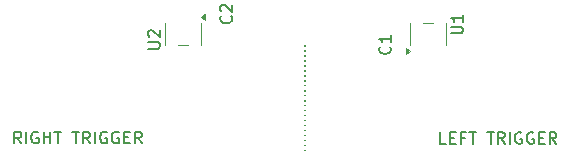
<source format=gbr>
%TF.GenerationSoftware,KiCad,Pcbnew,9.0.6-rc2*%
%TF.CreationDate,2025-11-19T20:35:16-08:00*%
%TF.ProjectId,FPCJr_Trigger_Board,4650434a-725f-4547-9269-676765725f42,rev?*%
%TF.SameCoordinates,Original*%
%TF.FileFunction,Legend,Top*%
%TF.FilePolarity,Positive*%
%FSLAX46Y46*%
G04 Gerber Fmt 4.6, Leading zero omitted, Abs format (unit mm)*
G04 Created by KiCad (PCBNEW 9.0.6-rc2) date 2025-11-19 20:35:16*
%MOMM*%
%LPD*%
G01*
G04 APERTURE LIST*
%ADD10C,0.200000*%
%ADD11C,0.150000*%
%ADD12C,0.120000*%
G04 APERTURE END LIST*
D10*
X253720600Y-150342600D02*
X253720600Y-150382600D01*
X253720600Y-151182600D02*
X253720600Y-151222600D01*
X253720600Y-152022600D02*
X253720600Y-152062600D01*
X253720600Y-152862600D02*
X253720600Y-152902600D01*
X253720600Y-153702600D02*
X253720600Y-153742600D01*
X253720600Y-154542600D02*
X253720600Y-154582600D01*
X253720600Y-155382600D02*
X253720600Y-155422600D01*
X253720600Y-156222600D02*
X253720600Y-156262600D01*
X253720600Y-157062600D02*
X253720600Y-157102600D01*
X253720600Y-157902600D02*
X253720600Y-157942600D01*
X253720600Y-158742600D02*
X253720600Y-158782600D01*
X253720600Y-149910800D02*
X253720600Y-149950800D01*
X253720600Y-150750800D02*
X253720600Y-150790800D01*
X253720600Y-151590800D02*
X253720600Y-151630800D01*
X253720600Y-152430800D02*
X253720600Y-152470800D01*
X253720600Y-153270800D02*
X253720600Y-153310800D01*
X253720600Y-154110800D02*
X253720600Y-154150800D01*
X253720600Y-154950800D02*
X253720600Y-154990800D01*
X253720600Y-155790800D02*
X253720600Y-155830800D01*
X253720600Y-156630800D02*
X253720600Y-156670800D01*
X253720600Y-157470800D02*
X253720600Y-157510800D01*
X253720600Y-158310800D02*
X253720600Y-158350800D01*
D11*
X229660607Y-158213419D02*
X229327274Y-157737228D01*
X229089179Y-158213419D02*
X229089179Y-157213419D01*
X229089179Y-157213419D02*
X229470131Y-157213419D01*
X229470131Y-157213419D02*
X229565369Y-157261038D01*
X229565369Y-157261038D02*
X229612988Y-157308657D01*
X229612988Y-157308657D02*
X229660607Y-157403895D01*
X229660607Y-157403895D02*
X229660607Y-157546752D01*
X229660607Y-157546752D02*
X229612988Y-157641990D01*
X229612988Y-157641990D02*
X229565369Y-157689609D01*
X229565369Y-157689609D02*
X229470131Y-157737228D01*
X229470131Y-157737228D02*
X229089179Y-157737228D01*
X230089179Y-158213419D02*
X230089179Y-157213419D01*
X231089178Y-157261038D02*
X230993940Y-157213419D01*
X230993940Y-157213419D02*
X230851083Y-157213419D01*
X230851083Y-157213419D02*
X230708226Y-157261038D01*
X230708226Y-157261038D02*
X230612988Y-157356276D01*
X230612988Y-157356276D02*
X230565369Y-157451514D01*
X230565369Y-157451514D02*
X230517750Y-157641990D01*
X230517750Y-157641990D02*
X230517750Y-157784847D01*
X230517750Y-157784847D02*
X230565369Y-157975323D01*
X230565369Y-157975323D02*
X230612988Y-158070561D01*
X230612988Y-158070561D02*
X230708226Y-158165800D01*
X230708226Y-158165800D02*
X230851083Y-158213419D01*
X230851083Y-158213419D02*
X230946321Y-158213419D01*
X230946321Y-158213419D02*
X231089178Y-158165800D01*
X231089178Y-158165800D02*
X231136797Y-158118180D01*
X231136797Y-158118180D02*
X231136797Y-157784847D01*
X231136797Y-157784847D02*
X230946321Y-157784847D01*
X231565369Y-158213419D02*
X231565369Y-157213419D01*
X231565369Y-157689609D02*
X232136797Y-157689609D01*
X232136797Y-158213419D02*
X232136797Y-157213419D01*
X232470131Y-157213419D02*
X233041559Y-157213419D01*
X232755845Y-158213419D02*
X232755845Y-157213419D01*
X233993941Y-157213419D02*
X234565369Y-157213419D01*
X234279655Y-158213419D02*
X234279655Y-157213419D01*
X235470131Y-158213419D02*
X235136798Y-157737228D01*
X234898703Y-158213419D02*
X234898703Y-157213419D01*
X234898703Y-157213419D02*
X235279655Y-157213419D01*
X235279655Y-157213419D02*
X235374893Y-157261038D01*
X235374893Y-157261038D02*
X235422512Y-157308657D01*
X235422512Y-157308657D02*
X235470131Y-157403895D01*
X235470131Y-157403895D02*
X235470131Y-157546752D01*
X235470131Y-157546752D02*
X235422512Y-157641990D01*
X235422512Y-157641990D02*
X235374893Y-157689609D01*
X235374893Y-157689609D02*
X235279655Y-157737228D01*
X235279655Y-157737228D02*
X234898703Y-157737228D01*
X235898703Y-158213419D02*
X235898703Y-157213419D01*
X236898702Y-157261038D02*
X236803464Y-157213419D01*
X236803464Y-157213419D02*
X236660607Y-157213419D01*
X236660607Y-157213419D02*
X236517750Y-157261038D01*
X236517750Y-157261038D02*
X236422512Y-157356276D01*
X236422512Y-157356276D02*
X236374893Y-157451514D01*
X236374893Y-157451514D02*
X236327274Y-157641990D01*
X236327274Y-157641990D02*
X236327274Y-157784847D01*
X236327274Y-157784847D02*
X236374893Y-157975323D01*
X236374893Y-157975323D02*
X236422512Y-158070561D01*
X236422512Y-158070561D02*
X236517750Y-158165800D01*
X236517750Y-158165800D02*
X236660607Y-158213419D01*
X236660607Y-158213419D02*
X236755845Y-158213419D01*
X236755845Y-158213419D02*
X236898702Y-158165800D01*
X236898702Y-158165800D02*
X236946321Y-158118180D01*
X236946321Y-158118180D02*
X236946321Y-157784847D01*
X236946321Y-157784847D02*
X236755845Y-157784847D01*
X237898702Y-157261038D02*
X237803464Y-157213419D01*
X237803464Y-157213419D02*
X237660607Y-157213419D01*
X237660607Y-157213419D02*
X237517750Y-157261038D01*
X237517750Y-157261038D02*
X237422512Y-157356276D01*
X237422512Y-157356276D02*
X237374893Y-157451514D01*
X237374893Y-157451514D02*
X237327274Y-157641990D01*
X237327274Y-157641990D02*
X237327274Y-157784847D01*
X237327274Y-157784847D02*
X237374893Y-157975323D01*
X237374893Y-157975323D02*
X237422512Y-158070561D01*
X237422512Y-158070561D02*
X237517750Y-158165800D01*
X237517750Y-158165800D02*
X237660607Y-158213419D01*
X237660607Y-158213419D02*
X237755845Y-158213419D01*
X237755845Y-158213419D02*
X237898702Y-158165800D01*
X237898702Y-158165800D02*
X237946321Y-158118180D01*
X237946321Y-158118180D02*
X237946321Y-157784847D01*
X237946321Y-157784847D02*
X237755845Y-157784847D01*
X238374893Y-157689609D02*
X238708226Y-157689609D01*
X238851083Y-158213419D02*
X238374893Y-158213419D01*
X238374893Y-158213419D02*
X238374893Y-157213419D01*
X238374893Y-157213419D02*
X238851083Y-157213419D01*
X239851083Y-158213419D02*
X239517750Y-157737228D01*
X239279655Y-158213419D02*
X239279655Y-157213419D01*
X239279655Y-157213419D02*
X239660607Y-157213419D01*
X239660607Y-157213419D02*
X239755845Y-157261038D01*
X239755845Y-157261038D02*
X239803464Y-157308657D01*
X239803464Y-157308657D02*
X239851083Y-157403895D01*
X239851083Y-157403895D02*
X239851083Y-157546752D01*
X239851083Y-157546752D02*
X239803464Y-157641990D01*
X239803464Y-157641990D02*
X239755845Y-157689609D01*
X239755845Y-157689609D02*
X239660607Y-157737228D01*
X239660607Y-157737228D02*
X239279655Y-157737228D01*
X265633369Y-158264219D02*
X265157179Y-158264219D01*
X265157179Y-158264219D02*
X265157179Y-157264219D01*
X265966703Y-157740409D02*
X266300036Y-157740409D01*
X266442893Y-158264219D02*
X265966703Y-158264219D01*
X265966703Y-158264219D02*
X265966703Y-157264219D01*
X265966703Y-157264219D02*
X266442893Y-157264219D01*
X267204798Y-157740409D02*
X266871465Y-157740409D01*
X266871465Y-158264219D02*
X266871465Y-157264219D01*
X266871465Y-157264219D02*
X267347655Y-157264219D01*
X267585751Y-157264219D02*
X268157179Y-157264219D01*
X267871465Y-158264219D02*
X267871465Y-157264219D01*
X269109561Y-157264219D02*
X269680989Y-157264219D01*
X269395275Y-158264219D02*
X269395275Y-157264219D01*
X270585751Y-158264219D02*
X270252418Y-157788028D01*
X270014323Y-158264219D02*
X270014323Y-157264219D01*
X270014323Y-157264219D02*
X270395275Y-157264219D01*
X270395275Y-157264219D02*
X270490513Y-157311838D01*
X270490513Y-157311838D02*
X270538132Y-157359457D01*
X270538132Y-157359457D02*
X270585751Y-157454695D01*
X270585751Y-157454695D02*
X270585751Y-157597552D01*
X270585751Y-157597552D02*
X270538132Y-157692790D01*
X270538132Y-157692790D02*
X270490513Y-157740409D01*
X270490513Y-157740409D02*
X270395275Y-157788028D01*
X270395275Y-157788028D02*
X270014323Y-157788028D01*
X271014323Y-158264219D02*
X271014323Y-157264219D01*
X272014322Y-157311838D02*
X271919084Y-157264219D01*
X271919084Y-157264219D02*
X271776227Y-157264219D01*
X271776227Y-157264219D02*
X271633370Y-157311838D01*
X271633370Y-157311838D02*
X271538132Y-157407076D01*
X271538132Y-157407076D02*
X271490513Y-157502314D01*
X271490513Y-157502314D02*
X271442894Y-157692790D01*
X271442894Y-157692790D02*
X271442894Y-157835647D01*
X271442894Y-157835647D02*
X271490513Y-158026123D01*
X271490513Y-158026123D02*
X271538132Y-158121361D01*
X271538132Y-158121361D02*
X271633370Y-158216600D01*
X271633370Y-158216600D02*
X271776227Y-158264219D01*
X271776227Y-158264219D02*
X271871465Y-158264219D01*
X271871465Y-158264219D02*
X272014322Y-158216600D01*
X272014322Y-158216600D02*
X272061941Y-158168980D01*
X272061941Y-158168980D02*
X272061941Y-157835647D01*
X272061941Y-157835647D02*
X271871465Y-157835647D01*
X273014322Y-157311838D02*
X272919084Y-157264219D01*
X272919084Y-157264219D02*
X272776227Y-157264219D01*
X272776227Y-157264219D02*
X272633370Y-157311838D01*
X272633370Y-157311838D02*
X272538132Y-157407076D01*
X272538132Y-157407076D02*
X272490513Y-157502314D01*
X272490513Y-157502314D02*
X272442894Y-157692790D01*
X272442894Y-157692790D02*
X272442894Y-157835647D01*
X272442894Y-157835647D02*
X272490513Y-158026123D01*
X272490513Y-158026123D02*
X272538132Y-158121361D01*
X272538132Y-158121361D02*
X272633370Y-158216600D01*
X272633370Y-158216600D02*
X272776227Y-158264219D01*
X272776227Y-158264219D02*
X272871465Y-158264219D01*
X272871465Y-158264219D02*
X273014322Y-158216600D01*
X273014322Y-158216600D02*
X273061941Y-158168980D01*
X273061941Y-158168980D02*
X273061941Y-157835647D01*
X273061941Y-157835647D02*
X272871465Y-157835647D01*
X273490513Y-157740409D02*
X273823846Y-157740409D01*
X273966703Y-158264219D02*
X273490513Y-158264219D01*
X273490513Y-158264219D02*
X273490513Y-157264219D01*
X273490513Y-157264219D02*
X273966703Y-157264219D01*
X274966703Y-158264219D02*
X274633370Y-157788028D01*
X274395275Y-158264219D02*
X274395275Y-157264219D01*
X274395275Y-157264219D02*
X274776227Y-157264219D01*
X274776227Y-157264219D02*
X274871465Y-157311838D01*
X274871465Y-157311838D02*
X274919084Y-157359457D01*
X274919084Y-157359457D02*
X274966703Y-157454695D01*
X274966703Y-157454695D02*
X274966703Y-157597552D01*
X274966703Y-157597552D02*
X274919084Y-157692790D01*
X274919084Y-157692790D02*
X274871465Y-157740409D01*
X274871465Y-157740409D02*
X274776227Y-157788028D01*
X274776227Y-157788028D02*
X274395275Y-157788028D01*
X260861980Y-150026666D02*
X260909600Y-150074285D01*
X260909600Y-150074285D02*
X260957219Y-150217142D01*
X260957219Y-150217142D02*
X260957219Y-150312380D01*
X260957219Y-150312380D02*
X260909600Y-150455237D01*
X260909600Y-150455237D02*
X260814361Y-150550475D01*
X260814361Y-150550475D02*
X260719123Y-150598094D01*
X260719123Y-150598094D02*
X260528647Y-150645713D01*
X260528647Y-150645713D02*
X260385790Y-150645713D01*
X260385790Y-150645713D02*
X260195314Y-150598094D01*
X260195314Y-150598094D02*
X260100076Y-150550475D01*
X260100076Y-150550475D02*
X260004838Y-150455237D01*
X260004838Y-150455237D02*
X259957219Y-150312380D01*
X259957219Y-150312380D02*
X259957219Y-150217142D01*
X259957219Y-150217142D02*
X260004838Y-150074285D01*
X260004838Y-150074285D02*
X260052457Y-150026666D01*
X260957219Y-149074285D02*
X260957219Y-149645713D01*
X260957219Y-149359999D02*
X259957219Y-149359999D01*
X259957219Y-149359999D02*
X260100076Y-149455237D01*
X260100076Y-149455237D02*
X260195314Y-149550475D01*
X260195314Y-149550475D02*
X260242933Y-149645713D01*
X266053219Y-148894704D02*
X266862742Y-148894704D01*
X266862742Y-148894704D02*
X266957980Y-148847085D01*
X266957980Y-148847085D02*
X267005600Y-148799466D01*
X267005600Y-148799466D02*
X267053219Y-148704228D01*
X267053219Y-148704228D02*
X267053219Y-148513752D01*
X267053219Y-148513752D02*
X267005600Y-148418514D01*
X267005600Y-148418514D02*
X266957980Y-148370895D01*
X266957980Y-148370895D02*
X266862742Y-148323276D01*
X266862742Y-148323276D02*
X266053219Y-148323276D01*
X267053219Y-147323276D02*
X267053219Y-147894704D01*
X267053219Y-147608990D02*
X266053219Y-147608990D01*
X266053219Y-147608990D02*
X266196076Y-147704228D01*
X266196076Y-147704228D02*
X266291314Y-147799466D01*
X266291314Y-147799466D02*
X266338933Y-147894704D01*
X240399219Y-150190104D02*
X241208742Y-150190104D01*
X241208742Y-150190104D02*
X241303980Y-150142485D01*
X241303980Y-150142485D02*
X241351600Y-150094866D01*
X241351600Y-150094866D02*
X241399219Y-149999628D01*
X241399219Y-149999628D02*
X241399219Y-149809152D01*
X241399219Y-149809152D02*
X241351600Y-149713914D01*
X241351600Y-149713914D02*
X241303980Y-149666295D01*
X241303980Y-149666295D02*
X241208742Y-149618676D01*
X241208742Y-149618676D02*
X240399219Y-149618676D01*
X240494457Y-149190104D02*
X240446838Y-149142485D01*
X240446838Y-149142485D02*
X240399219Y-149047247D01*
X240399219Y-149047247D02*
X240399219Y-148809152D01*
X240399219Y-148809152D02*
X240446838Y-148713914D01*
X240446838Y-148713914D02*
X240494457Y-148666295D01*
X240494457Y-148666295D02*
X240589695Y-148618676D01*
X240589695Y-148618676D02*
X240684933Y-148618676D01*
X240684933Y-148618676D02*
X240827790Y-148666295D01*
X240827790Y-148666295D02*
X241399219Y-149237723D01*
X241399219Y-149237723D02*
X241399219Y-148618676D01*
X247425380Y-147410466D02*
X247473000Y-147458085D01*
X247473000Y-147458085D02*
X247520619Y-147600942D01*
X247520619Y-147600942D02*
X247520619Y-147696180D01*
X247520619Y-147696180D02*
X247473000Y-147839037D01*
X247473000Y-147839037D02*
X247377761Y-147934275D01*
X247377761Y-147934275D02*
X247282523Y-147981894D01*
X247282523Y-147981894D02*
X247092047Y-148029513D01*
X247092047Y-148029513D02*
X246949190Y-148029513D01*
X246949190Y-148029513D02*
X246758714Y-147981894D01*
X246758714Y-147981894D02*
X246663476Y-147934275D01*
X246663476Y-147934275D02*
X246568238Y-147839037D01*
X246568238Y-147839037D02*
X246520619Y-147696180D01*
X246520619Y-147696180D02*
X246520619Y-147600942D01*
X246520619Y-147600942D02*
X246568238Y-147458085D01*
X246568238Y-147458085D02*
X246615857Y-147410466D01*
X246615857Y-147029513D02*
X246568238Y-146981894D01*
X246568238Y-146981894D02*
X246520619Y-146886656D01*
X246520619Y-146886656D02*
X246520619Y-146648561D01*
X246520619Y-146648561D02*
X246568238Y-146553323D01*
X246568238Y-146553323D02*
X246615857Y-146505704D01*
X246615857Y-146505704D02*
X246711095Y-146458085D01*
X246711095Y-146458085D02*
X246806333Y-146458085D01*
X246806333Y-146458085D02*
X246949190Y-146505704D01*
X246949190Y-146505704D02*
X247520619Y-147077132D01*
X247520619Y-147077132D02*
X247520619Y-146458085D01*
D12*
%TO.C,U1*%
X262537844Y-148051250D02*
X262587844Y-148051250D01*
X262537844Y-149871250D02*
X262537844Y-148051250D01*
X262587844Y-149871250D02*
X262537844Y-149871250D01*
X263707844Y-148051250D02*
X264487844Y-148051250D01*
X265607844Y-148051250D02*
X265657844Y-148051250D01*
X265657844Y-148051250D02*
X265657844Y-149871250D01*
X265657844Y-149871250D02*
X265607844Y-149871250D01*
X262587844Y-150411250D02*
X262257844Y-150651250D01*
X262257844Y-150171250D01*
X262587844Y-150411250D01*
G36*
X262587844Y-150411250D02*
G01*
X262257844Y-150651250D01*
X262257844Y-150171250D01*
X262587844Y-150411250D01*
G37*
%TO.C,U2*%
X241801756Y-148051250D02*
X241851756Y-148051250D01*
X241801756Y-149871250D02*
X241801756Y-148051250D01*
X241851756Y-149871250D02*
X241801756Y-149871250D01*
X243751756Y-149871250D02*
X242971756Y-149871250D01*
X244871756Y-148051250D02*
X244921756Y-148051250D01*
X244921756Y-148051250D02*
X244921756Y-149871250D01*
X244921756Y-149871250D02*
X244871756Y-149871250D01*
X245201756Y-147751250D02*
X244871756Y-147511250D01*
X245201756Y-147271250D01*
X245201756Y-147751250D01*
G36*
X245201756Y-147751250D02*
G01*
X244871756Y-147511250D01*
X245201756Y-147271250D01*
X245201756Y-147751250D01*
G37*
%TD*%
M02*

</source>
